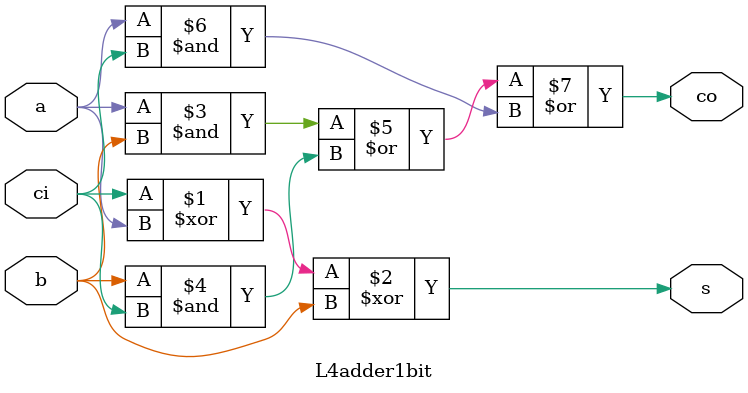
<source format=v>
module L4adder1bit (a,b,ci,s,co);
input a,b,ci;
output s,co;

assign s=ci^a^b;
assign co=(a&b)|(b&ci)|(a&ci);


endmodule

</source>
